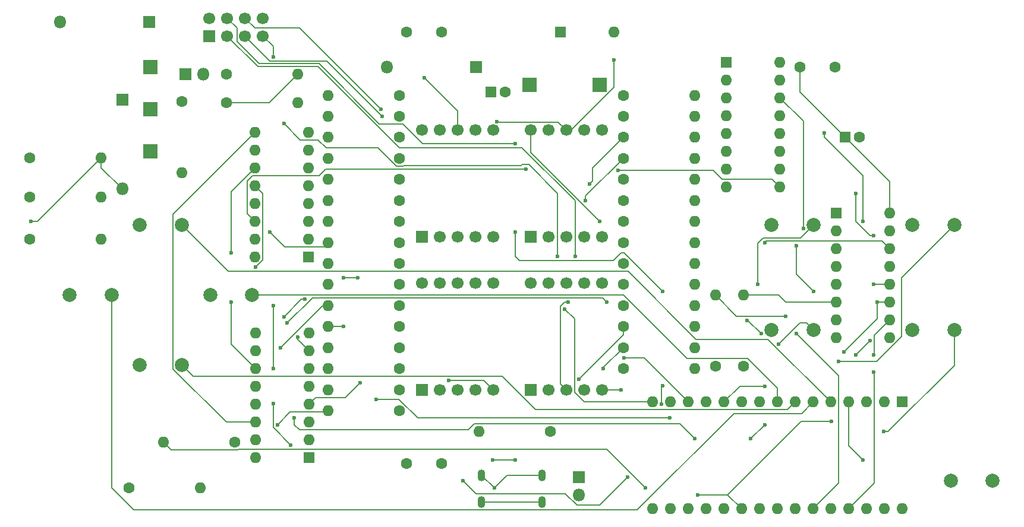
<source format=gbl>
%TF.GenerationSoftware,KiCad,Pcbnew,8.0.3*%
%TF.CreationDate,2024-07-14T00:03:07-05:00*%
%TF.ProjectId,Controller,436f6e74-726f-46c6-9c65-722e6b696361,rev?*%
%TF.SameCoordinates,Original*%
%TF.FileFunction,Copper,L2,Bot*%
%TF.FilePolarity,Positive*%
%FSLAX46Y46*%
G04 Gerber Fmt 4.6, Leading zero omitted, Abs format (unit mm)*
G04 Created by KiCad (PCBNEW 8.0.3) date 2024-07-14 00:03:07*
%MOMM*%
%LPD*%
G01*
G04 APERTURE LIST*
G04 Aperture macros list*
%AMRoundRect*
0 Rectangle with rounded corners*
0 $1 Rounding radius*
0 $2 $3 $4 $5 $6 $7 $8 $9 X,Y pos of 4 corners*
0 Add a 4 corners polygon primitive as box body*
4,1,4,$2,$3,$4,$5,$6,$7,$8,$9,$2,$3,0*
0 Add four circle primitives for the rounded corners*
1,1,$1+$1,$2,$3*
1,1,$1+$1,$4,$5*
1,1,$1+$1,$6,$7*
1,1,$1+$1,$8,$9*
0 Add four rect primitives between the rounded corners*
20,1,$1+$1,$2,$3,$4,$5,0*
20,1,$1+$1,$4,$5,$6,$7,0*
20,1,$1+$1,$6,$7,$8,$9,0*
20,1,$1+$1,$8,$9,$2,$3,0*%
G04 Aperture macros list end*
%TA.AperFunction,ComponentPad*%
%ADD10C,2.000000*%
%TD*%
%TA.AperFunction,ComponentPad*%
%ADD11C,1.600000*%
%TD*%
%TA.AperFunction,ComponentPad*%
%ADD12O,1.600000X1.600000*%
%TD*%
%TA.AperFunction,ComponentPad*%
%ADD13RoundRect,0.250001X-0.799999X-0.799999X0.799999X-0.799999X0.799999X0.799999X-0.799999X0.799999X0*%
%TD*%
%TA.AperFunction,ComponentPad*%
%ADD14R,1.700000X1.700000*%
%TD*%
%TA.AperFunction,ComponentPad*%
%ADD15C,1.700000*%
%TD*%
%TA.AperFunction,ComponentPad*%
%ADD16R,1.600000X1.600000*%
%TD*%
%TA.AperFunction,ComponentPad*%
%ADD17R,1.800000X1.800000*%
%TD*%
%TA.AperFunction,ComponentPad*%
%ADD18O,1.800000X1.800000*%
%TD*%
%TA.AperFunction,ComponentPad*%
%ADD19RoundRect,0.250001X-0.799999X0.799999X-0.799999X-0.799999X0.799999X-0.799999X0.799999X0.799999X0*%
%TD*%
%TA.AperFunction,ComponentPad*%
%ADD20O,1.100000X1.700000*%
%TD*%
%TA.AperFunction,ViaPad*%
%ADD21C,0.600000*%
%TD*%
%TA.AperFunction,Conductor*%
%ADD22C,0.200000*%
%TD*%
G04 APERTURE END LIST*
D10*
%TO.P,SW7,1,1*%
%TO.N,GND*%
X152000000Y-70000000D03*
%TO.P,SW7,2,2*%
%TO.N,Net-(A1-D7)*%
X158000000Y-70000000D03*
%TD*%
D11*
%TO.P,R34,1*%
%TO.N,Net-(U10-A)*%
X130840000Y-75500000D03*
D12*
%TO.P,R34,2*%
%TO.N,Net-(U6-QA)*%
X141000000Y-75500000D03*
%TD*%
D11*
%TO.P,R6,1*%
%TO.N,Net-(D1-K)*%
X120500000Y-99500000D03*
D12*
%TO.P,R6,2*%
%TO.N,GND*%
X110340000Y-99500000D03*
%TD*%
D10*
%TO.P,SW3,1,1*%
%TO.N,GND*%
X52000000Y-80000000D03*
%TO.P,SW3,2,2*%
%TO.N,Net-(A1-D3)*%
X58000000Y-80000000D03*
%TD*%
D13*
%TO.P,J5,1,Pin_1*%
%TO.N,Net-(D3-K)*%
X63500000Y-53500000D03*
%TD*%
D11*
%TO.P,R24,1*%
%TO.N,Net-(U8-G)*%
X99000000Y-54500000D03*
D12*
%TO.P,R24,2*%
%TO.N,Net-(U4-QG)*%
X88840000Y-54500000D03*
%TD*%
D11*
%TO.P,FB1,1*%
%TO.N,GND*%
X100000000Y-104000000D03*
%TO.P,FB1,2*%
%TO.N,Net-(P1-SHIELD)*%
X105000000Y-104000000D03*
%TD*%
D10*
%TO.P,SW10,1,1*%
%TO.N,Net-(A1-~{RESET}-Pad3)*%
X177500000Y-106500000D03*
%TO.P,SW10,2,2*%
%TO.N,GND*%
X183500000Y-106500000D03*
%TD*%
D11*
%TO.P,R12,1*%
%TO.N,Net-(U7-C)*%
X130840000Y-57500000D03*
D12*
%TO.P,R12,2*%
%TO.N,Net-(U3-QC)*%
X141000000Y-57500000D03*
%TD*%
D11*
%TO.P,R27,1*%
%TO.N,Net-(U9-B)*%
X99000000Y-93500000D03*
D12*
%TO.P,R27,2*%
%TO.N,Net-(U5-QB)*%
X88840000Y-93500000D03*
%TD*%
D11*
%TO.P,R10,1*%
%TO.N,Net-(U7-A)*%
X130840000Y-51500000D03*
D12*
%TO.P,R10,2*%
%TO.N,Net-(U3-QA)*%
X141000000Y-51500000D03*
%TD*%
D14*
%TO.P,U7,1,E*%
%TO.N,Net-(U7-E)*%
X117669500Y-71719500D03*
D15*
%TO.P,U7,2,D*%
%TO.N,Net-(U7-D)*%
X120209500Y-71719500D03*
%TO.P,U7,3,CA*%
%TO.N,+4.8V*%
X122749500Y-71719500D03*
%TO.P,U7,4,C*%
%TO.N,Net-(U7-C)*%
X125289500Y-71719500D03*
%TO.P,U7,5,RDP*%
%TO.N,Net-(U7-RDP)*%
X127829500Y-71719500D03*
%TO.P,U7,6,B*%
%TO.N,Net-(U7-B)*%
X127829500Y-56479500D03*
%TO.P,U7,7,A*%
%TO.N,Net-(U7-A)*%
X125289500Y-56479500D03*
%TO.P,U7,8,CA*%
%TO.N,+4.8V*%
X122749500Y-56479500D03*
%TO.P,U7,9,F*%
%TO.N,Net-(U7-F)*%
X120209500Y-56479500D03*
%TO.P,U7,10,G*%
%TO.N,Net-(U7-G)*%
X117669500Y-56479500D03*
%TD*%
D11*
%TO.P,R7,1*%
%TO.N,+4.8V*%
X75500000Y-101000000D03*
D12*
%TO.P,R7,2*%
%TO.N,Net-(A1-A0)*%
X65340000Y-101000000D03*
%TD*%
D14*
%TO.P,U1,1,GND*%
%TO.N,GND*%
X71880000Y-43040000D03*
D15*
%TO.P,U1,2,VCC*%
%TO.N,+3.3V*%
X71880000Y-40500000D03*
%TO.P,U1,3,CE*%
%TO.N,Net-(A1-D10)*%
X74420000Y-43040000D03*
%TO.P,U1,4,~{CSN}*%
%TO.N,Net-(A1-A1)*%
X74420000Y-40500000D03*
%TO.P,U1,5,SCK*%
%TO.N,Net-(A1-SCK)*%
X76960000Y-43040000D03*
%TO.P,U1,6,MOSI*%
%TO.N,Net-(A1-MOSI)*%
X76960000Y-40500000D03*
%TO.P,U1,7,MISO*%
%TO.N,Net-(A1-MISO)*%
X79500000Y-43040000D03*
%TO.P,U1,8,IRQ*%
%TO.N,unconnected-(U1-IRQ-Pad8)*%
X79500000Y-40500000D03*
%TD*%
D11*
%TO.P,R33,1*%
%TO.N,Net-(U9-RDP)*%
X99000000Y-75500000D03*
D12*
%TO.P,R33,2*%
%TO.N,Net-(U5-QH)*%
X88840000Y-75500000D03*
%TD*%
D11*
%TO.P,R3,1*%
%TO.N,Net-(D3-A)*%
X46340000Y-72000000D03*
D12*
%TO.P,R3,2*%
%TO.N,GND*%
X56500000Y-72000000D03*
%TD*%
D14*
%TO.P,U10,1,E*%
%TO.N,Net-(U10-E)*%
X117669500Y-93519500D03*
D15*
%TO.P,U10,2,D*%
%TO.N,Net-(U10-D)*%
X120209500Y-93519500D03*
%TO.P,U10,3,CA*%
%TO.N,+4.8V*%
X122749500Y-93519500D03*
%TO.P,U10,4,C*%
%TO.N,Net-(U10-C)*%
X125289500Y-93519500D03*
%TO.P,U10,5,RDP*%
%TO.N,Net-(U10-RDP)*%
X127829500Y-93519500D03*
%TO.P,U10,6,B*%
%TO.N,Net-(U10-B)*%
X127829500Y-78279500D03*
%TO.P,U10,7,A*%
%TO.N,Net-(U10-A)*%
X125289500Y-78279500D03*
%TO.P,U10,8,CA*%
%TO.N,+4.8V*%
X122749500Y-78279500D03*
%TO.P,U10,9,F*%
%TO.N,Net-(U10-F)*%
X120209500Y-78279500D03*
%TO.P,U10,10,G*%
%TO.N,Net-(U10-G)*%
X117669500Y-78279500D03*
%TD*%
D13*
%TO.P,J1,1,Pin_1*%
%TO.N,Net-(D4-K)*%
X63500000Y-47500000D03*
%TD*%
D16*
%TO.P,U3,1,QB*%
%TO.N,Net-(U3-QB)*%
X145500000Y-46760000D03*
D12*
%TO.P,U3,2,QC*%
%TO.N,Net-(U3-QC)*%
X145500000Y-49300000D03*
%TO.P,U3,3,QD*%
%TO.N,Net-(U3-QD)*%
X145500000Y-51840000D03*
%TO.P,U3,4,QE*%
%TO.N,Net-(U3-QE)*%
X145500000Y-54380000D03*
%TO.P,U3,5,QF*%
%TO.N,Net-(U3-QF)*%
X145500000Y-56920000D03*
%TO.P,U3,6,QG*%
%TO.N,Net-(U3-QG)*%
X145500000Y-59460000D03*
%TO.P,U3,7,QH*%
%TO.N,Net-(U3-QH)*%
X145500000Y-62000000D03*
%TO.P,U3,8,GND*%
%TO.N,GND*%
X145500000Y-64540000D03*
%TO.P,U3,9,QH'*%
%TO.N,Net-(U3-QH')*%
X153120000Y-64540000D03*
%TO.P,U3,10,~{SRCLR}*%
%TO.N,+4.8V*%
X153120000Y-62000000D03*
%TO.P,U3,11,SRCLK*%
%TO.N,Net-(A1-A3)*%
X153120000Y-59460000D03*
%TO.P,U3,12,RCLK*%
%TO.N,Net-(A1-A2)*%
X153120000Y-56920000D03*
%TO.P,U3,13,~{OE}*%
%TO.N,GND*%
X153120000Y-54380000D03*
%TO.P,U3,14,SER*%
%TO.N,Net-(A1-A6)*%
X153120000Y-51840000D03*
%TO.P,U3,15,QA*%
%TO.N,Net-(U3-QA)*%
X153120000Y-49300000D03*
%TO.P,U3,16,VCC*%
%TO.N,+4.8V*%
X153120000Y-46760000D03*
%TD*%
D11*
%TO.P,R29,1*%
%TO.N,Net-(U9-D)*%
X99000000Y-87500000D03*
D12*
%TO.P,R29,2*%
%TO.N,Net-(U5-QD)*%
X88840000Y-87500000D03*
%TD*%
D16*
%TO.P,A1,1,TX1*%
%TO.N,unconnected-(A1-TX1-Pad1)*%
X170580000Y-95260000D03*
D12*
%TO.P,A1,2,RX1*%
%TO.N,unconnected-(A1-RX1-Pad2)*%
X168040000Y-95260000D03*
%TO.P,A1,3,~{RESET}*%
%TO.N,Net-(A1-~{RESET}-Pad3)*%
X165500000Y-95260000D03*
%TO.P,A1,4,GND*%
%TO.N,GND*%
X162960000Y-95260000D03*
%TO.P,A1,5,D2*%
%TO.N,Net-(A1-D2)*%
X160420000Y-95260000D03*
%TO.P,A1,6,D3*%
%TO.N,Net-(A1-D3)*%
X157880000Y-95260000D03*
%TO.P,A1,7,D4*%
%TO.N,Net-(A1-D4)*%
X155340000Y-95260000D03*
%TO.P,A1,8,D5*%
%TO.N,Net-(A1-D5)*%
X152800000Y-95260000D03*
%TO.P,A1,9,D6*%
%TO.N,Net-(A1-D6)*%
X150260000Y-95260000D03*
%TO.P,A1,10,D7*%
%TO.N,Net-(A1-D7)*%
X147720000Y-95260000D03*
%TO.P,A1,11,D8*%
%TO.N,Net-(A1-D8)*%
X145180000Y-95260000D03*
%TO.P,A1,12,D9*%
%TO.N,Net-(A1-D9)*%
X142640000Y-95260000D03*
%TO.P,A1,13,D10*%
%TO.N,Net-(A1-D10)*%
X140100000Y-95260000D03*
%TO.P,A1,14,MOSI*%
%TO.N,Net-(A1-MOSI)*%
X137560000Y-95260000D03*
%TO.P,A1,15,MISO*%
%TO.N,Net-(A1-MISO)*%
X135020000Y-95260000D03*
%TO.P,A1,16,SCK*%
%TO.N,Net-(A1-SCK)*%
X135020000Y-110500000D03*
%TO.P,A1,17,3V3*%
%TO.N,unconnected-(A1-3V3-Pad17)*%
X137560000Y-110500000D03*
%TO.P,A1,18,AREF*%
%TO.N,unconnected-(A1-AREF-Pad18)*%
X140100000Y-110500000D03*
%TO.P,A1,19,A0*%
%TO.N,Net-(A1-A0)*%
X142640000Y-110500000D03*
%TO.P,A1,20,A1*%
%TO.N,Net-(A1-A1)*%
X145180000Y-110500000D03*
%TO.P,A1,21,A2*%
%TO.N,Net-(A1-A2)*%
X147720000Y-110500000D03*
%TO.P,A1,22,A3*%
%TO.N,Net-(A1-A3)*%
X150260000Y-110500000D03*
%TO.P,A1,23,SDA/A4*%
%TO.N,unconnected-(A1-SDA{slash}A4-Pad23)*%
X152800000Y-110500000D03*
%TO.P,A1,24,SCL/A5*%
%TO.N,unconnected-(A1-SCL{slash}A5-Pad24)*%
X155340000Y-110500000D03*
%TO.P,A1,25,A6*%
%TO.N,Net-(A1-A6)*%
X157880000Y-110500000D03*
%TO.P,A1,26,A7*%
%TO.N,unconnected-(A1-A7-Pad26)*%
X160420000Y-110500000D03*
%TO.P,A1,27,+5V*%
%TO.N,+4.8V*%
X162960000Y-110500000D03*
%TO.P,A1,28,~{RESET}*%
%TO.N,unconnected-(A1-~{RESET}-Pad28)*%
X165500000Y-110500000D03*
%TO.P,A1,29,GND*%
%TO.N,GND*%
X168040000Y-110500000D03*
%TO.P,A1,30,VIN*%
%TO.N,unconnected-(A1-VIN-Pad30)*%
X170580000Y-110500000D03*
%TD*%
D11*
%TO.P,C2,1*%
%TO.N,+4.8V*%
X156000000Y-47500000D03*
%TO.P,C2,2*%
%TO.N,GND*%
X161000000Y-47500000D03*
%TD*%
%TO.P,R13,1*%
%TO.N,Net-(U7-D)*%
X130840000Y-60500000D03*
D12*
%TO.P,R13,2*%
%TO.N,Net-(U3-QD)*%
X141000000Y-60500000D03*
%TD*%
D16*
%TO.P,C1,1*%
%TO.N,+4.8V*%
X162500000Y-57500000D03*
D11*
%TO.P,C1,2*%
%TO.N,GND*%
X164500000Y-57500000D03*
%TD*%
D10*
%TO.P,SW9,1,1*%
%TO.N,GND*%
X172000000Y-85000000D03*
%TO.P,SW9,2,2*%
%TO.N,Net-(A1-D9)*%
X178000000Y-85000000D03*
%TD*%
D17*
%TO.P,D5,1,K*%
%TO.N,Net-(D5-K)*%
X68455000Y-48500000D03*
D18*
%TO.P,D5,2,A*%
%TO.N,+3.3V*%
X70995000Y-48500000D03*
%TD*%
D11*
%TO.P,R19,1*%
%TO.N,Net-(U8-B)*%
X99000000Y-69500000D03*
D12*
%TO.P,R19,2*%
%TO.N,Net-(U4-QB)*%
X88840000Y-69500000D03*
%TD*%
D10*
%TO.P,SW6,1,1*%
%TO.N,GND*%
X172000000Y-70000000D03*
%TO.P,SW6,2,2*%
%TO.N,Net-(A1-D6)*%
X178000000Y-70000000D03*
%TD*%
D11*
%TO.P,R1,1*%
%TO.N,+5V*%
X46340000Y-60400000D03*
D12*
%TO.P,R1,2*%
%TO.N,Net-(D3-A)*%
X56500000Y-60400000D03*
%TD*%
D11*
%TO.P,R28,1*%
%TO.N,Net-(U9-C)*%
X99000000Y-90500000D03*
D12*
%TO.P,R28,2*%
%TO.N,Net-(U5-QC)*%
X88840000Y-90500000D03*
%TD*%
D11*
%TO.P,R39,1*%
%TO.N,Net-(U10-F)*%
X130840000Y-90500000D03*
D12*
%TO.P,R39,2*%
%TO.N,Net-(U6-QF)*%
X141000000Y-90500000D03*
%TD*%
D11*
%TO.P,R9,1*%
%TO.N,Net-(D5-K)*%
X68000000Y-52420000D03*
D12*
%TO.P,R9,2*%
%TO.N,GND*%
X68000000Y-62580000D03*
%TD*%
D10*
%TO.P,SW2,1,1*%
%TO.N,GND*%
X62000000Y-70000000D03*
%TO.P,SW2,2,2*%
%TO.N,Net-(A1-D2)*%
X68000000Y-70000000D03*
%TD*%
D11*
%TO.P,R26,1*%
%TO.N,Net-(U9-A)*%
X99000000Y-96500000D03*
D12*
%TO.P,R26,2*%
%TO.N,Net-(U5-QA)*%
X88840000Y-96500000D03*
%TD*%
D11*
%TO.P,R15,1*%
%TO.N,Net-(U7-F)*%
X130840000Y-66500000D03*
D12*
%TO.P,R15,2*%
%TO.N,Net-(U3-QF)*%
X141000000Y-66500000D03*
%TD*%
D11*
%TO.P,R38,1*%
%TO.N,Net-(U10-E)*%
X130840000Y-87500000D03*
D12*
%TO.P,R38,2*%
%TO.N,Net-(U6-QE)*%
X141000000Y-87500000D03*
%TD*%
D11*
%TO.P,R16,1*%
%TO.N,Net-(U7-G)*%
X130840000Y-69500000D03*
D12*
%TO.P,R16,2*%
%TO.N,Net-(U3-QG)*%
X141000000Y-69500000D03*
%TD*%
D11*
%TO.P,R5,1*%
%TO.N,Net-(D2-A)*%
X74340000Y-52550000D03*
D12*
%TO.P,R5,2*%
%TO.N,GND*%
X84500000Y-52550000D03*
%TD*%
D11*
%TO.P,R36,1*%
%TO.N,Net-(U10-C)*%
X130840000Y-81500000D03*
D12*
%TO.P,R36,2*%
%TO.N,Net-(U6-QC)*%
X141000000Y-81500000D03*
%TD*%
D11*
%TO.P,R22,1*%
%TO.N,Net-(U8-E)*%
X99000000Y-60500000D03*
D12*
%TO.P,R22,2*%
%TO.N,Net-(U4-QE)*%
X88840000Y-60500000D03*
%TD*%
D16*
%TO.P,C3,1*%
%TO.N,+3.3V*%
X112000000Y-51000000D03*
D11*
%TO.P,C3,2*%
%TO.N,GND*%
X114000000Y-51000000D03*
%TD*%
D16*
%TO.P,U5,1,QB*%
%TO.N,Net-(U5-QB)*%
X86120000Y-103200000D03*
D12*
%TO.P,U5,2,QC*%
%TO.N,Net-(U5-QC)*%
X86120000Y-100660000D03*
%TO.P,U5,3,QD*%
%TO.N,Net-(U5-QD)*%
X86120000Y-98120000D03*
%TO.P,U5,4,QE*%
%TO.N,Net-(U5-QE)*%
X86120000Y-95580000D03*
%TO.P,U5,5,QF*%
%TO.N,Net-(U5-QF)*%
X86120000Y-93040000D03*
%TO.P,U5,6,QG*%
%TO.N,Net-(U5-QG)*%
X86120000Y-90500000D03*
%TO.P,U5,7,QH*%
%TO.N,Net-(U5-QH)*%
X86120000Y-87960000D03*
%TO.P,U5,8,GND*%
%TO.N,GND*%
X86120000Y-85420000D03*
%TO.P,U5,9,QH'*%
%TO.N,Net-(U5-QH')*%
X78500000Y-85420000D03*
%TO.P,U5,10,~{SRCLR}*%
%TO.N,+4.8V*%
X78500000Y-87960000D03*
%TO.P,U5,11,SRCLK*%
%TO.N,Net-(A1-A3)*%
X78500000Y-90500000D03*
%TO.P,U5,12,RCLK*%
%TO.N,Net-(A1-A2)*%
X78500000Y-93040000D03*
%TO.P,U5,13,~{OE}*%
%TO.N,GND*%
X78500000Y-95580000D03*
%TO.P,U5,14,SER*%
%TO.N,Net-(U4-QH')*%
X78500000Y-98120000D03*
%TO.P,U5,15,QA*%
%TO.N,Net-(U5-QA)*%
X78500000Y-100660000D03*
%TO.P,U5,16,VCC*%
%TO.N,+4.8V*%
X78500000Y-103200000D03*
%TD*%
D11*
%TO.P,R2,1*%
%TO.N,+5V*%
X46340000Y-66000000D03*
D12*
%TO.P,R2,2*%
%TO.N,Net-(D4-A)*%
X56500000Y-66000000D03*
%TD*%
D11*
%TO.P,R23,1*%
%TO.N,Net-(U8-F)*%
X99000000Y-57500000D03*
D12*
%TO.P,R23,2*%
%TO.N,Net-(U4-QF)*%
X88840000Y-57500000D03*
%TD*%
D19*
%TO.P,J3,1,Pin_1*%
%TO.N,GND*%
X117500000Y-50000000D03*
%TD*%
D11*
%TO.P,R37,1*%
%TO.N,Net-(U10-D)*%
X130840000Y-84500000D03*
D12*
%TO.P,R37,2*%
%TO.N,Net-(U6-QD)*%
X141000000Y-84500000D03*
%TD*%
D11*
%TO.P,R40,1*%
%TO.N,Net-(U10-G)*%
X148000000Y-90160000D03*
D12*
%TO.P,R40,2*%
%TO.N,Net-(U6-QG)*%
X148000000Y-80000000D03*
%TD*%
D16*
%TO.P,SW1,1,A*%
%TO.N,Net-(D2-K)*%
X121880000Y-42500000D03*
D12*
%TO.P,SW1,2,B*%
%TO.N,+4.8V*%
X129500000Y-42500000D03*
%TD*%
D16*
%TO.P,U4,1,QB*%
%TO.N,Net-(U4-QB)*%
X86000000Y-74540000D03*
D12*
%TO.P,U4,2,QC*%
%TO.N,Net-(U4-QC)*%
X86000000Y-72000000D03*
%TO.P,U4,3,QD*%
%TO.N,Net-(U4-QD)*%
X86000000Y-69460000D03*
%TO.P,U4,4,QE*%
%TO.N,Net-(U4-QE)*%
X86000000Y-66920000D03*
%TO.P,U4,5,QF*%
%TO.N,Net-(U4-QF)*%
X86000000Y-64380000D03*
%TO.P,U4,6,QG*%
%TO.N,Net-(U4-QG)*%
X86000000Y-61840000D03*
%TO.P,U4,7,QH*%
%TO.N,Net-(U4-QH)*%
X86000000Y-59300000D03*
%TO.P,U4,8,GND*%
%TO.N,GND*%
X86000000Y-56760000D03*
%TO.P,U4,9,QH'*%
%TO.N,Net-(U4-QH')*%
X78380000Y-56760000D03*
%TO.P,U4,10,~{SRCLR}*%
%TO.N,+4.8V*%
X78380000Y-59300000D03*
%TO.P,U4,11,SRCLK*%
%TO.N,Net-(A1-A3)*%
X78380000Y-61840000D03*
%TO.P,U4,12,RCLK*%
%TO.N,Net-(A1-A2)*%
X78380000Y-64380000D03*
%TO.P,U4,13,~{OE}*%
%TO.N,GND*%
X78380000Y-66920000D03*
%TO.P,U4,14,SER*%
%TO.N,Net-(U3-QH')*%
X78380000Y-69460000D03*
%TO.P,U4,15,QA*%
%TO.N,Net-(U4-QA)*%
X78380000Y-72000000D03*
%TO.P,U4,16,VCC*%
%TO.N,+4.8V*%
X78380000Y-74540000D03*
%TD*%
D14*
%TO.P,U8,1,E*%
%TO.N,Net-(U8-E)*%
X102169500Y-71719500D03*
D15*
%TO.P,U8,2,D*%
%TO.N,Net-(U8-D)*%
X104709500Y-71719500D03*
%TO.P,U8,3,CA*%
%TO.N,+4.8V*%
X107249500Y-71719500D03*
%TO.P,U8,4,C*%
%TO.N,Net-(U8-C)*%
X109789500Y-71719500D03*
%TO.P,U8,5,RDP*%
%TO.N,Net-(U8-RDP)*%
X112329500Y-71719500D03*
%TO.P,U8,6,B*%
%TO.N,Net-(U8-B)*%
X112329500Y-56479500D03*
%TO.P,U8,7,A*%
%TO.N,Net-(U8-A)*%
X109789500Y-56479500D03*
%TO.P,U8,8,CA*%
%TO.N,+4.8V*%
X107249500Y-56479500D03*
%TO.P,U8,9,F*%
%TO.N,Net-(U8-F)*%
X104709500Y-56479500D03*
%TO.P,U8,10,G*%
%TO.N,Net-(U8-G)*%
X102169500Y-56479500D03*
%TD*%
D20*
%TO.P,P1,S1,SHIELD*%
%TO.N,Net-(P1-SHIELD)*%
X110680000Y-105700000D03*
X110680000Y-109500000D03*
X119320000Y-105700000D03*
X119320000Y-109500000D03*
%TD*%
D16*
%TO.P,U6,1,QB*%
%TO.N,Net-(U6-QB)*%
X161166487Y-68307747D03*
D12*
%TO.P,U6,2,QC*%
%TO.N,Net-(U6-QC)*%
X161166487Y-70847747D03*
%TO.P,U6,3,QD*%
%TO.N,Net-(U6-QD)*%
X161166487Y-73387747D03*
%TO.P,U6,4,QE*%
%TO.N,Net-(U6-QE)*%
X161166487Y-75927747D03*
%TO.P,U6,5,QF*%
%TO.N,Net-(U6-QF)*%
X161166487Y-78467747D03*
%TO.P,U6,6,QG*%
%TO.N,Net-(U6-QG)*%
X161166487Y-81007747D03*
%TO.P,U6,7,QH*%
%TO.N,Net-(U6-QH)*%
X161166487Y-83547747D03*
%TO.P,U6,8,GND*%
%TO.N,GND*%
X161166487Y-86087747D03*
%TO.P,U6,9,QH'*%
%TO.N,unconnected-(U6-QH'-Pad9)*%
X168786487Y-86087747D03*
%TO.P,U6,10,~{SRCLR}*%
%TO.N,+4.8V*%
X168786487Y-83547747D03*
%TO.P,U6,11,SRCLK*%
%TO.N,Net-(A1-A3)*%
X168786487Y-81007747D03*
%TO.P,U6,12,RCLK*%
%TO.N,Net-(A1-A2)*%
X168786487Y-78467747D03*
%TO.P,U6,13,~{OE}*%
%TO.N,GND*%
X168786487Y-75927747D03*
%TO.P,U6,14,SER*%
%TO.N,Net-(U5-QH')*%
X168786487Y-73387747D03*
%TO.P,U6,15,QA*%
%TO.N,Net-(U6-QA)*%
X168786487Y-70847747D03*
%TO.P,U6,16,VCC*%
%TO.N,+4.8V*%
X168786487Y-68307747D03*
%TD*%
D17*
%TO.P,D1,1,K*%
%TO.N,Net-(D1-K)*%
X124500000Y-106000000D03*
D18*
%TO.P,D1,2,A*%
%TO.N,+5V*%
X124500000Y-108540000D03*
%TD*%
D10*
%TO.P,SW4,1,1*%
%TO.N,GND*%
X62000000Y-90000000D03*
%TO.P,SW4,2,2*%
%TO.N,Net-(A1-D4)*%
X68000000Y-90000000D03*
%TD*%
D13*
%TO.P,J2,1,Pin_1*%
%TO.N,GND*%
X63500000Y-59500000D03*
%TD*%
D11*
%TO.P,R20,1*%
%TO.N,Net-(U8-C)*%
X99000000Y-66500000D03*
D12*
%TO.P,R20,2*%
%TO.N,Net-(U4-QC)*%
X88840000Y-66500000D03*
%TD*%
D11*
%TO.P,R35,1*%
%TO.N,Net-(U10-B)*%
X130840000Y-78500000D03*
D12*
%TO.P,R35,2*%
%TO.N,Net-(U6-QB)*%
X141000000Y-78500000D03*
%TD*%
D17*
%TO.P,D4,1,K*%
%TO.N,Net-(D4-K)*%
X63350000Y-41000000D03*
D18*
%TO.P,D4,2,A*%
%TO.N,Net-(D4-A)*%
X50650000Y-41000000D03*
%TD*%
D11*
%TO.P,R21,1*%
%TO.N,Net-(U8-D)*%
X99000000Y-63500000D03*
D12*
%TO.P,R21,2*%
%TO.N,Net-(U4-QD)*%
X88840000Y-63500000D03*
%TD*%
D11*
%TO.P,R32,1*%
%TO.N,Net-(U9-G)*%
X99000000Y-78500000D03*
D12*
%TO.P,R32,2*%
%TO.N,Net-(U5-QG)*%
X88840000Y-78500000D03*
%TD*%
D11*
%TO.P,R31,1*%
%TO.N,Net-(U9-F)*%
X99000000Y-81500000D03*
D12*
%TO.P,R31,2*%
%TO.N,Net-(U5-QF)*%
X88840000Y-81500000D03*
%TD*%
D11*
%TO.P,R14,1*%
%TO.N,Net-(U7-E)*%
X130840000Y-63500000D03*
D12*
%TO.P,R14,2*%
%TO.N,Net-(U3-QE)*%
X141000000Y-63500000D03*
%TD*%
D17*
%TO.P,D2,1,K*%
%TO.N,Net-(D2-K)*%
X109850000Y-47500000D03*
D18*
%TO.P,D2,2,A*%
%TO.N,Net-(D2-A)*%
X97150000Y-47500000D03*
%TD*%
D11*
%TO.P,R11,1*%
%TO.N,Net-(U7-B)*%
X130840000Y-54500000D03*
D12*
%TO.P,R11,2*%
%TO.N,Net-(U3-QB)*%
X141000000Y-54500000D03*
%TD*%
D17*
%TO.P,D3,1,K*%
%TO.N,Net-(D3-K)*%
X59500000Y-52150000D03*
D18*
%TO.P,D3,2,A*%
%TO.N,Net-(D3-A)*%
X59500000Y-64850000D03*
%TD*%
D11*
%TO.P,R30,1*%
%TO.N,Net-(U9-E)*%
X99000000Y-84500000D03*
D12*
%TO.P,R30,2*%
%TO.N,Net-(U5-QE)*%
X88840000Y-84500000D03*
%TD*%
D11*
%TO.P,R18,1*%
%TO.N,Net-(U8-A)*%
X99000000Y-72500000D03*
D12*
%TO.P,R18,2*%
%TO.N,Net-(U4-QA)*%
X88840000Y-72500000D03*
%TD*%
D10*
%TO.P,SW8,1,1*%
%TO.N,GND*%
X152000000Y-85000000D03*
%TO.P,SW8,2,2*%
%TO.N,Net-(A1-D8)*%
X158000000Y-85000000D03*
%TD*%
%TO.P,SW5,1,1*%
%TO.N,GND*%
X72000000Y-80000000D03*
%TO.P,SW5,2,2*%
%TO.N,Net-(A1-D5)*%
X78000000Y-80000000D03*
%TD*%
D11*
%TO.P,R41,1*%
%TO.N,Net-(U10-RDP)*%
X144000000Y-90160000D03*
D12*
%TO.P,R41,2*%
%TO.N,Net-(U6-QH)*%
X144000000Y-80000000D03*
%TD*%
D11*
%TO.P,C4,1*%
%TO.N,+3.3V*%
X100000000Y-42500000D03*
%TO.P,C4,2*%
%TO.N,GND*%
X105000000Y-42500000D03*
%TD*%
D14*
%TO.P,U9,1,E*%
%TO.N,Net-(U9-E)*%
X102169500Y-93519500D03*
D15*
%TO.P,U9,2,D*%
%TO.N,Net-(U9-D)*%
X104709500Y-93519500D03*
%TO.P,U9,3,CA*%
%TO.N,+4.8V*%
X107249500Y-93519500D03*
%TO.P,U9,4,C*%
%TO.N,Net-(U9-C)*%
X109789500Y-93519500D03*
%TO.P,U9,5,RDP*%
%TO.N,Net-(U9-RDP)*%
X112329500Y-93519500D03*
%TO.P,U9,6,B*%
%TO.N,Net-(U9-B)*%
X112329500Y-78279500D03*
%TO.P,U9,7,A*%
%TO.N,Net-(U9-A)*%
X109789500Y-78279500D03*
%TO.P,U9,8,CA*%
%TO.N,+4.8V*%
X107249500Y-78279500D03*
%TO.P,U9,9,F*%
%TO.N,Net-(U9-F)*%
X104709500Y-78279500D03*
%TO.P,U9,10,G*%
%TO.N,Net-(U9-G)*%
X102169500Y-78279500D03*
%TD*%
D19*
%TO.P,J6,1,Pin_1*%
%TO.N,Net-(D2-K)*%
X127500000Y-50000000D03*
%TD*%
D11*
%TO.P,R17,1*%
%TO.N,Net-(U7-RDP)*%
X130840000Y-72500000D03*
D12*
%TO.P,R17,2*%
%TO.N,Net-(U3-QH)*%
X141000000Y-72500000D03*
%TD*%
D11*
%TO.P,R25,1*%
%TO.N,Net-(U8-RDP)*%
X99000000Y-51500000D03*
D12*
%TO.P,R25,2*%
%TO.N,Net-(U4-QH)*%
X88840000Y-51500000D03*
%TD*%
D11*
%TO.P,R8,1*%
%TO.N,Net-(A1-A0)*%
X60420000Y-107500000D03*
D12*
%TO.P,R8,2*%
%TO.N,GND*%
X70580000Y-107500000D03*
%TD*%
D11*
%TO.P,R4,1*%
%TO.N,+5V*%
X74340000Y-48500000D03*
D12*
%TO.P,R4,2*%
%TO.N,Net-(D2-A)*%
X84500000Y-48500000D03*
%TD*%
D21*
%TO.N,Net-(A1-A6)*%
X155500000Y-85500000D03*
X155500000Y-73000000D03*
X156505026Y-70505026D03*
X158000000Y-79500000D03*
%TO.N,Net-(A1-D8)*%
X153004265Y-86995735D03*
X151000000Y-93000000D03*
%TO.N,Net-(A1-D6)*%
X161500000Y-89500000D03*
%TO.N,GND*%
X112250000Y-103500000D03*
X115500000Y-103500000D03*
X165000000Y-103500000D03*
%TO.N,Net-(A1-SCK)*%
X96500000Y-54500000D03*
%TO.N,Net-(A1-D9)*%
X168000000Y-99500000D03*
%TO.N,Net-(A1-A3)*%
X141000000Y-100500000D03*
X84000000Y-97500000D03*
X167000000Y-81000000D03*
X164000000Y-65500000D03*
X75000000Y-81000000D03*
X75000000Y-74000000D03*
X162320238Y-88090027D03*
X149000000Y-100500000D03*
X151000000Y-98500000D03*
X166500000Y-71500000D03*
%TO.N,Net-(A1-A1)*%
X136500000Y-92900000D03*
X136500000Y-79500000D03*
X115500000Y-71000000D03*
X115500000Y-58400000D03*
X136292091Y-95547074D03*
%TO.N,Net-(A1-D7)*%
X148500000Y-83600000D03*
X150000000Y-78500000D03*
X150505026Y-85505026D03*
%TO.N,Net-(A1-D10)*%
X124000000Y-74500000D03*
X131000000Y-89000000D03*
%TO.N,Net-(A1-A2)*%
X83500000Y-101400000D03*
X78500000Y-76000000D03*
X81000000Y-95500000D03*
X81000000Y-81500000D03*
X166500000Y-78500000D03*
X166000000Y-86500000D03*
X131500000Y-106000000D03*
X141500000Y-108500000D03*
X160500000Y-98000000D03*
X108000000Y-106500000D03*
X159500000Y-56900000D03*
X165000000Y-69500000D03*
X81000000Y-90500000D03*
X164000000Y-88500000D03*
%TO.N,Net-(A1-A0)*%
X134000000Y-107500000D03*
%TO.N,+4.8V*%
X166500000Y-91000000D03*
X123000000Y-81000000D03*
X166500000Y-88500000D03*
X112846124Y-55232261D03*
X129500000Y-46500000D03*
X102500000Y-49000000D03*
%TO.N,Net-(A1-MOSI)*%
X95700000Y-94851473D03*
X137500000Y-97500000D03*
X96317996Y-53469467D03*
%TO.N,Net-(A1-MISO)*%
X82500000Y-55500000D03*
X121500000Y-74500000D03*
X122500000Y-82000000D03*
X81000000Y-46000000D03*
%TO.N,Net-(D3-A)*%
X46500000Y-69500000D03*
%TO.N,Net-(P1-SHIELD)*%
X112500000Y-107500000D03*
%TO.N,Net-(U7-C)*%
X126068765Y-64168765D03*
%TO.N,Net-(U7-D)*%
X125500000Y-66500000D03*
%TO.N,Net-(U7-G)*%
X127500000Y-69500000D03*
%TO.N,Net-(U4-QA)*%
X80500000Y-71000000D03*
%TO.N,Net-(U5-QA)*%
X81600000Y-98500000D03*
%TO.N,Net-(U5-QE)*%
X91000000Y-84500000D03*
X93400000Y-92500000D03*
%TO.N,Net-(U5-QF)*%
X82000000Y-87500000D03*
%TO.N,Net-(U5-QH)*%
X82500000Y-83100000D03*
X85500000Y-80600000D03*
X91000000Y-77500000D03*
X84500000Y-86000000D03*
X93000000Y-77500000D03*
%TO.N,Net-(U9-RDP)*%
X106000000Y-92200000D03*
%TO.N,Net-(U10-D)*%
X124500000Y-92000000D03*
%TO.N,Net-(U10-E)*%
X128000000Y-90500000D03*
%TO.N,Net-(U10-RDP)*%
X130500000Y-93500000D03*
%TO.N,Net-(U6-QH)*%
X154000000Y-83000000D03*
%TO.N,Net-(U3-QH')*%
X117000000Y-62000000D03*
X130094265Y-62200000D03*
%TO.N,Net-(U5-QH')*%
X128500000Y-81000000D03*
X151000000Y-72500000D03*
X83000000Y-84000000D03*
%TD*%
D22*
%TO.N,Net-(A1-A6)*%
X161520000Y-91520000D02*
X161520000Y-106860000D01*
X156500000Y-70500000D02*
X156500000Y-55220000D01*
X161520000Y-106860000D02*
X157880000Y-110500000D01*
X156505026Y-70505026D02*
X156500000Y-70500000D01*
X156500000Y-55220000D02*
X153120000Y-51840000D01*
X155500000Y-77000000D02*
X158000000Y-79500000D01*
X155500000Y-73000000D02*
X155500000Y-77000000D01*
X155500000Y-85500000D02*
X161520000Y-91520000D01*
%TO.N,Net-(A1-D8)*%
X156000000Y-84000000D02*
X153004265Y-86995735D01*
X151000000Y-93000000D02*
X147440000Y-93000000D01*
X157000000Y-84000000D02*
X156000000Y-84000000D01*
X158000000Y-85000000D02*
X157000000Y-84000000D01*
X147440000Y-93000000D02*
X145180000Y-95260000D01*
%TO.N,Net-(A1-D5)*%
X139955635Y-89060000D02*
X148560000Y-89060000D01*
X152800000Y-93300000D02*
X152800000Y-95260000D01*
X78000000Y-80000000D02*
X130895635Y-80000000D01*
X148560000Y-89060000D02*
X152800000Y-93300000D01*
X130895635Y-80000000D02*
X139955635Y-89060000D01*
%TO.N,Net-(A1-D6)*%
X178000000Y-70000000D02*
X170500000Y-77500000D01*
X166929869Y-89500000D02*
X161500000Y-89500000D01*
X170500000Y-85929869D02*
X166929869Y-89500000D01*
X170500000Y-77500000D02*
X170500000Y-85929869D01*
%TO.N,GND*%
X162960000Y-95260000D02*
X162960000Y-101460000D01*
X115500000Y-103500000D02*
X112250000Y-103500000D01*
X162960000Y-101460000D02*
X165000000Y-103500000D01*
%TO.N,Net-(A1-SCK)*%
X76960000Y-43040000D02*
X80520000Y-46600000D01*
X88600000Y-46600000D02*
X96500000Y-54500000D01*
X80520000Y-46600000D02*
X88600000Y-46600000D01*
%TO.N,Net-(A1-D9)*%
X168000000Y-99500000D02*
X168540000Y-99500000D01*
X168540000Y-99500000D02*
X178000000Y-90040000D01*
X178000000Y-90040000D02*
X178000000Y-85000000D01*
%TO.N,Net-(A1-A3)*%
X78380000Y-61840000D02*
X75000000Y-65220000D01*
X109600000Y-98400000D02*
X138900000Y-98400000D01*
X84000000Y-98500000D02*
X84720000Y-99220000D01*
X108780000Y-99220000D02*
X109600000Y-98400000D01*
X75000000Y-87000000D02*
X78500000Y-90500000D01*
X168778740Y-81000000D02*
X168786487Y-81007747D01*
X75000000Y-65220000D02*
X75000000Y-74000000D01*
X75000000Y-81000000D02*
X75000000Y-87000000D01*
X167000000Y-83410265D02*
X167000000Y-81000000D01*
X84720000Y-99220000D02*
X108780000Y-99220000D01*
X164000000Y-65500000D02*
X164000000Y-69500000D01*
X84000000Y-97500000D02*
X84000000Y-98500000D01*
X164000000Y-69500000D02*
X166000000Y-71500000D01*
X167000000Y-81000000D02*
X168778740Y-81000000D01*
X162320238Y-88090027D02*
X167000000Y-83410265D01*
X138900000Y-98400000D02*
X141000000Y-100500000D01*
X149000000Y-100500000D02*
X151000000Y-98500000D01*
X166000000Y-71500000D02*
X166500000Y-71500000D01*
%TO.N,Net-(A1-D2)*%
X141244365Y-86300000D02*
X151460000Y-86300000D01*
X68000000Y-70000000D02*
X74600000Y-76600000D01*
X131544365Y-76600000D02*
X141244365Y-86300000D01*
X151460000Y-86300000D02*
X160420000Y-95260000D01*
X74600000Y-76600000D02*
X131544365Y-76600000D01*
%TO.N,Net-(A1-D4)*%
X154240000Y-96360000D02*
X155340000Y-95260000D01*
X68000000Y-90000000D02*
X69600000Y-91600000D01*
X113600000Y-91600000D02*
X118360000Y-96360000D01*
X69600000Y-91600000D02*
X113600000Y-91600000D01*
X118360000Y-96360000D02*
X154240000Y-96360000D01*
%TO.N,Net-(A1-A1)*%
X79000000Y-47000000D02*
X87500000Y-47000000D01*
X102300000Y-58400000D02*
X115500000Y-58400000D01*
X75810000Y-43810000D02*
X79000000Y-47000000D01*
X115500000Y-71000000D02*
X115500000Y-74500000D01*
X130500000Y-74000000D02*
X131000000Y-74000000D01*
X129400000Y-75100000D02*
X130500000Y-74000000D01*
X87510051Y-47000000D02*
X96110051Y-55600000D01*
X116100000Y-75100000D02*
X129400000Y-75100000D01*
X131000000Y-74000000D02*
X136500000Y-79500000D01*
X115500000Y-74500000D02*
X116100000Y-75100000D01*
X136292091Y-93207909D02*
X136292091Y-95547074D01*
X96110051Y-55600000D02*
X99500000Y-55600000D01*
X136500000Y-93000000D02*
X136292091Y-93207909D01*
X87500000Y-47000000D02*
X87510051Y-47000000D01*
X99500000Y-55600000D02*
X102300000Y-58400000D01*
X75810000Y-41890000D02*
X75810000Y-43810000D01*
X74420000Y-40500000D02*
X75810000Y-41890000D01*
X136500000Y-92900000D02*
X136500000Y-93000000D01*
%TO.N,Net-(A1-D7)*%
X158000000Y-70000000D02*
X156112253Y-71887747D01*
X148600000Y-83600000D02*
X150505026Y-85505026D01*
X150763724Y-71887747D02*
X150000000Y-72651471D01*
X150000000Y-72651471D02*
X150000000Y-78500000D01*
X148500000Y-83600000D02*
X148600000Y-83600000D01*
X156112253Y-71887747D02*
X150763724Y-71887747D01*
%TO.N,Net-(A1-D10)*%
X78780000Y-47400000D02*
X87344365Y-47400000D01*
X116434314Y-59000000D02*
X124000000Y-66565686D01*
X131000000Y-89000000D02*
X133840000Y-89000000D01*
X124000000Y-66565686D02*
X124000000Y-74500000D01*
X98944365Y-59000000D02*
X116434314Y-59000000D01*
X87344365Y-47400000D02*
X98944365Y-59000000D01*
X74420000Y-43040000D02*
X78780000Y-47400000D01*
X133840000Y-89000000D02*
X140100000Y-95260000D01*
%TO.N,Net-(A1-A2)*%
X81000000Y-95500000D02*
X81000000Y-98900000D01*
X165000000Y-69500000D02*
X165000000Y-63000000D01*
X78380000Y-64380000D02*
X79480000Y-65480000D01*
X159500000Y-57500000D02*
X159500000Y-56900000D01*
X122612943Y-108350000D02*
X124262943Y-110000000D01*
X127500000Y-110000000D02*
X131500000Y-106000000D01*
X145720000Y-108500000D02*
X147720000Y-110500000D01*
X156220000Y-98000000D02*
X160500000Y-98000000D01*
X141500000Y-108500000D02*
X145720000Y-108500000D01*
X166500000Y-78500000D02*
X166532253Y-78467747D01*
X164000000Y-88500000D02*
X166000000Y-86500000D01*
X79480000Y-65480000D02*
X79480000Y-75020000D01*
X81000000Y-81500000D02*
X81000000Y-90500000D01*
X108000000Y-106500000D02*
X109850000Y-108350000D01*
X79480000Y-75020000D02*
X78500000Y-76000000D01*
X166532253Y-78467747D02*
X168786487Y-78467747D01*
X109850000Y-108350000D02*
X122612943Y-108350000D01*
X165000000Y-63000000D02*
X159500000Y-57500000D01*
X124262943Y-110000000D02*
X127500000Y-110000000D01*
X81000000Y-98900000D02*
X83500000Y-101400000D01*
X145720000Y-108500000D02*
X156220000Y-98000000D01*
%TO.N,Net-(A1-A0)*%
X128500000Y-102000000D02*
X134000000Y-107500000D01*
X66440000Y-102100000D02*
X75955635Y-102100000D01*
X65340000Y-101000000D02*
X66440000Y-102100000D01*
X76055635Y-102000000D02*
X128500000Y-102000000D01*
X75955635Y-102100000D02*
X76055635Y-102000000D01*
%TO.N,+4.8V*%
X107249500Y-53749500D02*
X107249500Y-56479500D01*
X122749500Y-93519500D02*
X121899500Y-92669500D01*
X102500000Y-49000000D02*
X107249500Y-53749500D01*
X121599500Y-55329500D02*
X112943363Y-55329500D01*
X162500000Y-57500000D02*
X168786487Y-63786487D01*
X166600000Y-106860000D02*
X166600000Y-91100000D01*
X166600000Y-91100000D02*
X166500000Y-91000000D01*
X122749500Y-56479500D02*
X121599500Y-55329500D01*
X122500000Y-81000000D02*
X123000000Y-81000000D01*
X156000000Y-47500000D02*
X156000000Y-51000000D01*
X166500000Y-88500000D02*
X166600000Y-88400000D01*
X129500000Y-46500000D02*
X129500000Y-50384744D01*
X121899500Y-81600500D02*
X122500000Y-81000000D01*
X168786487Y-63786487D02*
X168786487Y-68307747D01*
X121899500Y-92669500D02*
X121899500Y-81600500D01*
X166600000Y-88400000D02*
X166600000Y-85734234D01*
X166600000Y-85734234D02*
X168786487Y-83547747D01*
X162960000Y-110500000D02*
X166600000Y-106860000D01*
X129500000Y-50384744D02*
X123405244Y-56479500D01*
X156000000Y-51000000D02*
X162500000Y-57500000D01*
X123405244Y-56479500D02*
X122749500Y-56479500D01*
X112943363Y-55329500D02*
X112846124Y-55232261D01*
%TO.N,Net-(A1-MOSI)*%
X95700000Y-94851473D02*
X98907108Y-94851473D01*
X76960000Y-40500000D02*
X78350000Y-41890000D01*
X101555635Y-97500000D02*
X137500000Y-97500000D01*
X84738529Y-41890000D02*
X96317996Y-53469467D01*
X98907108Y-94851473D02*
X101555635Y-97500000D01*
X78350000Y-41890000D02*
X84738529Y-41890000D01*
%TO.N,Net-(A1-D3)*%
X132850000Y-110650000D02*
X146620000Y-96880000D01*
X146620000Y-96880000D02*
X156260000Y-96880000D01*
X156260000Y-96880000D02*
X157880000Y-95260000D01*
X58000000Y-80000000D02*
X58000000Y-107500000D01*
X58000000Y-107500000D02*
X61150000Y-110650000D01*
X61150000Y-110650000D02*
X132850000Y-110650000D01*
%TO.N,Net-(A1-MISO)*%
X117400000Y-61400000D02*
X121500000Y-65500000D01*
X84860000Y-57860000D02*
X87380000Y-57860000D01*
X116300000Y-61500000D02*
X116400000Y-61400000D01*
X99555635Y-61500000D02*
X116300000Y-61500000D01*
X98544365Y-61600000D02*
X99455635Y-61600000D01*
X125300000Y-95260000D02*
X135020000Y-95260000D01*
X79500000Y-43040000D02*
X81000000Y-44540000D01*
X81000000Y-44540000D02*
X81000000Y-46000000D01*
X123899500Y-83399500D02*
X123899500Y-93859500D01*
X87380000Y-57860000D02*
X88520000Y-59000000D01*
X88520000Y-59000000D02*
X95944365Y-59000000D01*
X82500000Y-55500000D02*
X84860000Y-57860000D01*
X122500000Y-82000000D02*
X123899500Y-83399500D01*
X99455635Y-61600000D02*
X99555635Y-61500000D01*
X116400000Y-61400000D02*
X117400000Y-61400000D01*
X95944365Y-59000000D02*
X98544365Y-61600000D01*
X123899500Y-93859500D02*
X125300000Y-95260000D01*
X121500000Y-65500000D02*
X121500000Y-74500000D01*
%TO.N,Net-(D2-A)*%
X80450000Y-52550000D02*
X84500000Y-48500000D01*
X74340000Y-52550000D02*
X80450000Y-52550000D01*
%TO.N,Net-(D3-A)*%
X56500000Y-61850000D02*
X59500000Y-64850000D01*
X56500000Y-60400000D02*
X56500000Y-61850000D01*
X46500000Y-69500000D02*
X47400000Y-69500000D01*
X47400000Y-69500000D02*
X56500000Y-60400000D01*
%TO.N,Net-(P1-SHIELD)*%
X119320000Y-109500000D02*
X110680000Y-109500000D01*
X112500000Y-107500000D02*
X112480000Y-107500000D01*
X114300000Y-105700000D02*
X112500000Y-107500000D01*
X119320000Y-105700000D02*
X114300000Y-105700000D01*
X112480000Y-107500000D02*
X110680000Y-105700000D01*
%TO.N,Net-(U7-C)*%
X126068765Y-64168765D02*
X126500000Y-63737530D01*
X126500000Y-61840000D02*
X130840000Y-57500000D01*
X126500000Y-63737530D02*
X126500000Y-61840000D01*
%TO.N,Net-(U7-D)*%
X125500000Y-66500000D02*
X125500000Y-65840000D01*
X125500000Y-65840000D02*
X130840000Y-60500000D01*
%TO.N,Net-(U7-G)*%
X117669500Y-59669500D02*
X117669500Y-56479500D01*
X127500000Y-69500000D02*
X117669500Y-59669500D01*
%TO.N,Net-(U4-QA)*%
X80500000Y-71000000D02*
X82600000Y-73100000D01*
X88240000Y-73100000D02*
X88840000Y-72500000D01*
X82600000Y-73100000D02*
X88240000Y-73100000D01*
%TO.N,Net-(U5-QA)*%
X88660000Y-96680000D02*
X83420000Y-96680000D01*
X88840000Y-96500000D02*
X88660000Y-96680000D01*
X83420000Y-96680000D02*
X81600000Y-98500000D01*
%TO.N,Net-(U5-QE)*%
X91000000Y-84500000D02*
X88840000Y-84500000D01*
X87035635Y-94664365D02*
X91235635Y-94664365D01*
X86120000Y-95580000D02*
X87035635Y-94664365D01*
X91235635Y-94664365D02*
X93400000Y-92500000D01*
%TO.N,Net-(U5-QF)*%
X82000000Y-87500000D02*
X88000000Y-81500000D01*
X88000000Y-81500000D02*
X88840000Y-81500000D01*
%TO.N,Net-(U5-QH)*%
X86120000Y-87960000D02*
X84500000Y-86340000D01*
X91000000Y-77500000D02*
X93000000Y-77500000D01*
X85000000Y-80600000D02*
X85500000Y-80600000D01*
X84500000Y-86340000D02*
X84500000Y-86000000D01*
X82500000Y-83100000D02*
X85000000Y-80600000D01*
%TO.N,Net-(U9-RDP)*%
X106000000Y-92200000D02*
X111010000Y-92200000D01*
X111010000Y-92200000D02*
X112329500Y-93519500D01*
%TO.N,Net-(U10-D)*%
X124500000Y-92000000D02*
X130840000Y-85660000D01*
X130840000Y-85660000D02*
X130840000Y-84500000D01*
%TO.N,Net-(U10-E)*%
X128000000Y-90500000D02*
X128000000Y-90340000D01*
X128000000Y-90340000D02*
X130840000Y-87500000D01*
%TO.N,Net-(U6-QG)*%
X153000000Y-80000000D02*
X148000000Y-80000000D01*
X161166487Y-81007747D02*
X154007747Y-81007747D01*
X154007747Y-81007747D02*
X153000000Y-80000000D01*
%TO.N,Net-(U10-RDP)*%
X130500000Y-93500000D02*
X130480500Y-93519500D01*
X130480500Y-93519500D02*
X127829500Y-93519500D01*
%TO.N,Net-(U6-QH)*%
X147000000Y-83000000D02*
X144000000Y-80000000D01*
X154000000Y-83000000D02*
X147000000Y-83000000D01*
%TO.N,Net-(U3-QH')*%
X117000000Y-62000000D02*
X88500000Y-62000000D01*
X144940000Y-63440000D02*
X152020000Y-63440000D01*
X152020000Y-63440000D02*
X153120000Y-64540000D01*
X78060000Y-62940000D02*
X77280000Y-63720000D01*
X88500000Y-62000000D02*
X87560000Y-62940000D01*
X130094265Y-62200000D02*
X143700000Y-62200000D01*
X77280000Y-63720000D02*
X77280000Y-68360000D01*
X87560000Y-62940000D02*
X78060000Y-62940000D01*
X77280000Y-68360000D02*
X78380000Y-69460000D01*
X143700000Y-62200000D02*
X144940000Y-63440000D01*
%TO.N,Net-(U4-QH')*%
X66700000Y-68440000D02*
X66700000Y-90538478D01*
X74281522Y-98120000D02*
X78500000Y-98120000D01*
X66700000Y-90538478D02*
X74281522Y-98120000D01*
X78380000Y-56760000D02*
X66700000Y-68440000D01*
%TO.N,Net-(U5-QH')*%
X127900000Y-80400000D02*
X128500000Y-81000000D01*
X86600000Y-80400000D02*
X127900000Y-80400000D01*
X83000000Y-84000000D02*
X86600000Y-80400000D01*
X151212253Y-72287747D02*
X167686487Y-72287747D01*
X167686487Y-72287747D02*
X168786487Y-73387747D01*
X151000000Y-72500000D02*
X151212253Y-72287747D01*
%TD*%
M02*

</source>
